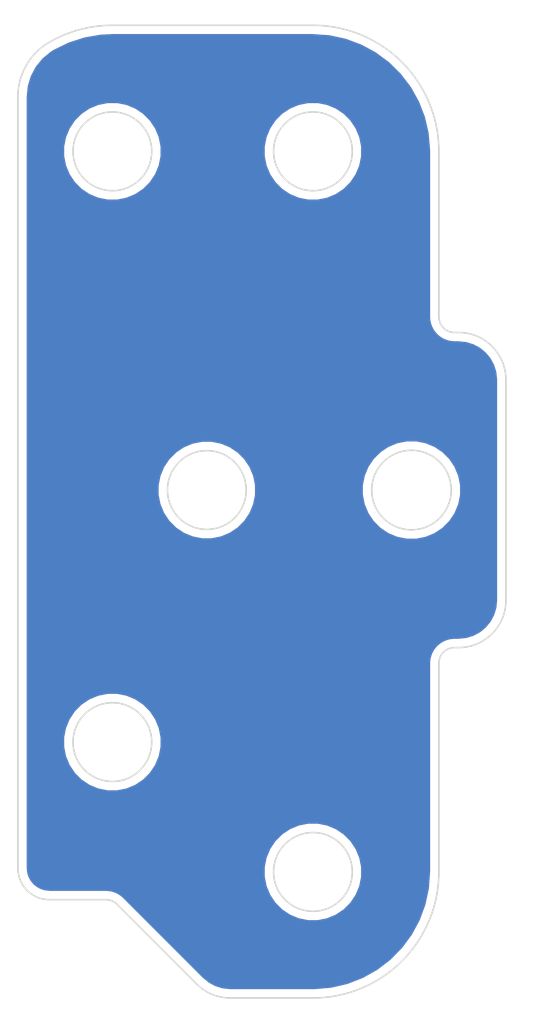
<source format=kicad_pcb>
(kicad_pcb (version 20171130) (host pcbnew 5.1.9+dfsg1-1+deb11u1)

  (general
    (thickness 1.6)
    (drawings 27)
    (tracks 0)
    (zones 0)
    (modules 0)
    (nets 1)
  )

  (page A4)
  (layers
    (0 F.Cu signal)
    (31 B.Cu signal)
    (32 B.Adhes user)
    (33 F.Adhes user)
    (34 B.Paste user)
    (35 F.Paste user)
    (36 B.SilkS user)
    (37 F.SilkS user)
    (38 B.Mask user)
    (39 F.Mask user)
    (40 Dwgs.User user)
    (41 Cmts.User user)
    (42 Eco1.User user)
    (43 Eco2.User user)
    (44 Edge.Cuts user)
    (45 Margin user)
    (46 B.CrtYd user)
    (47 F.CrtYd user)
    (48 B.Fab user)
    (49 F.Fab user)
  )

  (setup
    (last_trace_width 0.25)
    (trace_clearance 0.2)
    (zone_clearance 0.508)
    (zone_45_only no)
    (trace_min 0.2)
    (via_size 0.8)
    (via_drill 0.4)
    (via_min_size 0.4)
    (via_min_drill 0.3)
    (uvia_size 0.3)
    (uvia_drill 0.1)
    (uvias_allowed no)
    (uvia_min_size 0.2)
    (uvia_min_drill 0.1)
    (edge_width 0.05)
    (segment_width 0.2)
    (pcb_text_width 0.3)
    (pcb_text_size 1.5 1.5)
    (mod_edge_width 0.12)
    (mod_text_size 1 1)
    (mod_text_width 0.15)
    (pad_size 1.524 1.524)
    (pad_drill 0.762)
    (pad_to_mask_clearance 0)
    (aux_axis_origin 0 0)
    (visible_elements FFFFFF7F)
    (pcbplotparams
      (layerselection 0x010fc_ffffffff)
      (usegerberextensions true)
      (usegerberattributes false)
      (usegerberadvancedattributes false)
      (creategerberjobfile false)
      (excludeedgelayer true)
      (linewidth 0.100000)
      (plotframeref false)
      (viasonmask false)
      (mode 1)
      (useauxorigin false)
      (hpglpennumber 1)
      (hpglpenspeed 20)
      (hpglpendiameter 15.000000)
      (psnegative false)
      (psa4output false)
      (plotreference true)
      (plotvalue true)
      (plotinvisibletext false)
      (padsonsilk false)
      (subtractmaskfromsilk true)
      (outputformat 1)
      (mirror false)
      (drillshape 0)
      (scaleselection 1)
      (outputdirectory "bottom-berber/"))
  )

  (net 0 "")

  (net_class Default "This is the default net class."
    (clearance 0.2)
    (trace_width 0.25)
    (via_dia 0.8)
    (via_drill 0.4)
    (uvia_dia 0.3)
    (uvia_drill 0.1)
  )

  (gr_circle (center 145.138 75.606) (end 147.638 75.606) (layer Edge.Cuts) (width 0.1))
  (gr_circle (center 157.878 75.606) (end 160.378 75.606) (layer Edge.Cuts) (width 0.1))
  (gr_line (start 167.138 87.106) (end 166.878 87.106) (layer Edge.Cuts) (width 0.1))
  (gr_arc (start 141.138 121.106) (end 139.138 121.106) (angle -90) (layer Edge.Cuts) (width 0.1))
  (gr_circle (center 151.138 97.106) (end 153.638 97.106) (layer Edge.Cuts) (width 0.1))
  (gr_line (start 165.878 75.606) (end 165.878 86.106) (layer Edge.Cuts) (width 0.1))
  (gr_circle (center 145.138 113.106) (end 147.638 113.106) (layer Edge.Cuts) (width 0.1))
  (gr_arc (start 152.6206 126.346) (end 150.499279 128.46732) (angle -45) (layer Edge.Cuts) (width 0.1))
  (gr_line (start 166.878 107.106) (end 167.138 107.106) (layer Edge.Cuts) (width 0.1))
  (gr_arc (start 143.138 72.1419) (end 141.138 68.677799) (angle -60) (layer Edge.Cuts) (width 0.1))
  (gr_line (start 145.43089 123.3989) (end 150.4993 128.4673) (layer Edge.Cuts) (width 0.1))
  (gr_arc (start 144.72379 124.106) (end 145.430896 123.398893) (angle -45) (layer Edge.Cuts) (width 0.1))
  (gr_arc (start 157.878 75.606) (end 165.878 75.606) (angle -90) (layer Edge.Cuts) (width 0.1))
  (gr_line (start 141.138 123.106) (end 144.72379 123.106) (layer Edge.Cuts) (width 0.1))
  (gr_arc (start 167.138 90.106) (end 170.138 90.106001) (angle -90) (layer Edge.Cuts) (width 0.1))
  (gr_line (start 170.138 104.106) (end 170.138 90.106) (layer Edge.Cuts) (width 0.1))
  (gr_circle (center 164.138 97.106) (end 166.663 97.106) (layer Edge.Cuts) (width 0.1))
  (gr_arc (start 145.138 75.606) (end 145.138 67.606) (angle -30) (layer Edge.Cuts) (width 0.1))
  (gr_line (start 157.878 129.346) (end 152.6206 129.346) (layer Edge.Cuts) (width 0.1))
  (gr_line (start 165.878 108.106) (end 165.878 121.346) (layer Edge.Cuts) (width 0.1))
  (gr_arc (start 166.878 108.106) (end 166.878 107.106) (angle -90) (layer Edge.Cuts) (width 0.1))
  (gr_circle (center 157.878 121.346) (end 160.378 121.346) (layer Edge.Cuts) (width 0.1))
  (gr_arc (start 167.138 104.106) (end 167.138 107.106) (angle -90) (layer Edge.Cuts) (width 0.1))
  (gr_arc (start 157.878 121.346) (end 157.878 129.345999) (angle -90) (layer Edge.Cuts) (width 0.1))
  (gr_line (start 139.138 121.106) (end 139.138 72.1419) (layer Edge.Cuts) (width 0.1))
  (gr_line (start 145.138 67.606) (end 157.878 67.606) (layer Edge.Cuts) (width 0.1))
  (gr_arc (start 166.878 86.106) (end 165.878 86.106) (angle -90) (layer Edge.Cuts) (width 0.1))

  (zone (net 0) (net_name "") (layer F.Cu) (tstamp 64745AFE) (hatch edge 0.508)
    (connect_pads (clearance 0.508))
    (min_thickness 0.254)
    (fill yes (arc_segments 32) (thermal_gap 0.508) (thermal_bridge_width 0.508))
    (polygon
      (pts
        (xy 172 131) (xy 138 131) (xy 138 66) (xy 172 66)
      )
    )
    (filled_polygon
      (pts
        (xy 158.908448 68.365674) (xy 159.918343 68.583099) (xy 160.887522 68.940648) (xy 161.79665 69.431187) (xy 162.627596 70.044932)
        (xy 163.363776 70.769637) (xy 163.990497 71.590838) (xy 164.495256 72.492152) (xy 164.867987 73.455601) (xy 165.101247 74.461953)
        (xy 165.192245 75.512629) (xy 165.193 75.608707) (xy 165.193001 86.139647) (xy 165.195887 86.168945) (xy 165.195844 86.175066)
        (xy 165.196777 86.184585) (xy 165.217178 86.378682) (xy 165.229661 86.439496) (xy 165.241295 86.500481) (xy 165.244059 86.509637)
        (xy 165.301771 86.696075) (xy 165.325818 86.753279) (xy 165.349087 86.810873) (xy 165.353577 86.819317) (xy 165.446402 86.990994)
        (xy 165.481122 87.042468) (xy 165.515117 87.094418) (xy 165.521161 87.101829) (xy 165.645565 87.252207) (xy 165.689638 87.295973)
        (xy 165.733057 87.340311) (xy 165.740426 87.346408) (xy 165.891668 87.469758) (xy 165.943397 87.504126) (xy 165.994608 87.539191)
        (xy 166.003016 87.543737) (xy 166.00302 87.54374) (xy 166.003024 87.543742) (xy 166.175343 87.635366) (xy 166.232739 87.659022)
        (xy 166.289807 87.683482) (xy 166.298944 87.68631) (xy 166.48578 87.742719) (xy 166.54669 87.75478) (xy 166.607409 87.767686)
        (xy 166.616921 87.768686) (xy 166.811155 87.787731) (xy 166.811163 87.787731) (xy 166.844353 87.791) (xy 167.104496 87.791)
        (xy 167.587017 87.838312) (xy 168.018926 87.968713) (xy 168.417285 88.180525) (xy 168.766914 88.465675) (xy 169.054499 88.813306)
        (xy 169.269085 89.210174) (xy 169.402498 89.641163) (xy 169.453001 90.121664) (xy 169.453 104.072495) (xy 169.405688 104.555016)
        (xy 169.275287 104.986927) (xy 169.06348 105.38528) (xy 168.778325 105.734914) (xy 168.430697 106.022497) (xy 168.033825 106.237085)
        (xy 167.602834 106.3705) (xy 167.122346 106.421) (xy 166.844353 106.421) (xy 166.815045 106.423887) (xy 166.808933 106.423844)
        (xy 166.799415 106.424777) (xy 166.605318 106.445178) (xy 166.544504 106.457661) (xy 166.483519 106.469295) (xy 166.474363 106.472059)
        (xy 166.287925 106.529771) (xy 166.230692 106.55383) (xy 166.173127 106.577087) (xy 166.164682 106.581577) (xy 165.993006 106.674402)
        (xy 165.941532 106.709122) (xy 165.889582 106.743117) (xy 165.88217 106.749162) (xy 165.731793 106.873565) (xy 165.688027 106.917638)
        (xy 165.643689 106.961057) (xy 165.637592 106.968426) (xy 165.514242 107.119668) (xy 165.479881 107.171386) (xy 165.444809 107.222607)
        (xy 165.44026 107.23102) (xy 165.348635 107.403343) (xy 165.324978 107.460739) (xy 165.300519 107.517807) (xy 165.29769 107.526943)
        (xy 165.241281 107.71378) (xy 165.229219 107.774698) (xy 165.216314 107.83541) (xy 165.215314 107.844922) (xy 165.196269 108.039155)
        (xy 165.196269 108.039164) (xy 165.193 108.072354) (xy 165.193001 121.321757) (xy 165.118325 122.376448) (xy 164.900901 123.38634)
        (xy 164.543351 124.355521) (xy 164.052809 125.264657) (xy 163.439065 126.095599) (xy 162.714365 126.831772) (xy 161.893163 127.458494)
        (xy 160.991843 127.963258) (xy 160.028401 128.335985) (xy 159.022047 128.569246) (xy 157.971371 128.660244) (xy 157.875166 128.661)
        (xy 152.654103 128.661) (xy 152.171583 128.613688) (xy 151.739675 128.483288) (xy 151.341315 128.271475) (xy 150.966607 127.965872)
        (xy 145.915671 122.914946) (xy 145.914478 122.91374) (xy 145.912006 122.911276) (xy 145.911979 122.911254) (xy 145.891465 122.89074)
        (xy 145.870704 122.873702) (xy 145.868733 122.871689) (xy 145.861364 122.865592) (xy 145.710122 122.742241) (xy 145.658406 122.707881)
        (xy 145.607179 122.672806) (xy 145.598766 122.668257) (xy 145.426444 122.576633) (xy 145.369019 122.552965) (xy 145.311982 122.528519)
        (xy 145.302846 122.52569) (xy 145.116009 122.469281) (xy 145.055091 122.457219) (xy 144.994379 122.444314) (xy 144.984867 122.443314)
        (xy 144.790634 122.424269) (xy 144.790627 122.424269) (xy 144.757437 122.421) (xy 141.171505 122.421) (xy 140.883218 122.392733)
        (xy 140.638145 122.318741) (xy 140.412107 122.198554) (xy 140.213721 122.036754) (xy 140.05054 121.839503) (xy 139.928779 121.61431)
        (xy 139.853076 121.369753) (xy 139.823 121.083602) (xy 139.823 121.031855) (xy 154.688433 121.031855) (xy 154.688433 121.660145)
        (xy 154.811006 122.276362) (xy 155.051442 122.856827) (xy 155.400501 123.37923) (xy 155.84477 123.823499) (xy 156.367173 124.172558)
        (xy 156.947638 124.412994) (xy 157.563855 124.535567) (xy 158.192145 124.535567) (xy 158.808362 124.412994) (xy 159.388827 124.172558)
        (xy 159.91123 123.823499) (xy 160.355499 123.37923) (xy 160.704558 122.856827) (xy 160.944994 122.276362) (xy 161.067567 121.660145)
        (xy 161.067567 121.031855) (xy 160.944994 120.415638) (xy 160.704558 119.835173) (xy 160.355499 119.31277) (xy 159.91123 118.868501)
        (xy 159.388827 118.519442) (xy 158.808362 118.279006) (xy 158.192145 118.156433) (xy 157.563855 118.156433) (xy 156.947638 118.279006)
        (xy 156.367173 118.519442) (xy 155.84477 118.868501) (xy 155.400501 119.31277) (xy 155.051442 119.835173) (xy 154.811006 120.415638)
        (xy 154.688433 121.031855) (xy 139.823 121.031855) (xy 139.823 112.791855) (xy 141.948433 112.791855) (xy 141.948433 113.420145)
        (xy 142.071006 114.036362) (xy 142.311442 114.616827) (xy 142.660501 115.13923) (xy 143.10477 115.583499) (xy 143.627173 115.932558)
        (xy 144.207638 116.172994) (xy 144.823855 116.295567) (xy 145.452145 116.295567) (xy 146.068362 116.172994) (xy 146.648827 115.932558)
        (xy 147.17123 115.583499) (xy 147.615499 115.13923) (xy 147.964558 114.616827) (xy 148.204994 114.036362) (xy 148.327567 113.420145)
        (xy 148.327567 112.791855) (xy 148.204994 112.175638) (xy 147.964558 111.595173) (xy 147.615499 111.07277) (xy 147.17123 110.628501)
        (xy 146.648827 110.279442) (xy 146.068362 110.039006) (xy 145.452145 109.916433) (xy 144.823855 109.916433) (xy 144.207638 110.039006)
        (xy 143.627173 110.279442) (xy 143.10477 110.628501) (xy 142.660501 111.07277) (xy 142.311442 111.595173) (xy 142.071006 112.175638)
        (xy 141.948433 112.791855) (xy 139.823 112.791855) (xy 139.823 96.791855) (xy 147.948433 96.791855) (xy 147.948433 97.420145)
        (xy 148.071006 98.036362) (xy 148.311442 98.616827) (xy 148.660501 99.13923) (xy 149.10477 99.583499) (xy 149.627173 99.932558)
        (xy 150.207638 100.172994) (xy 150.823855 100.295567) (xy 151.452145 100.295567) (xy 152.068362 100.172994) (xy 152.648827 99.932558)
        (xy 153.17123 99.583499) (xy 153.615499 99.13923) (xy 153.964558 98.616827) (xy 154.204994 98.036362) (xy 154.327567 97.420145)
        (xy 154.327567 96.791855) (xy 154.32708 96.789405) (xy 160.923553 96.789405) (xy 160.923553 97.422595) (xy 161.047083 98.04362)
        (xy 161.289394 98.628611) (xy 161.641176 99.15509) (xy 162.08891 99.602824) (xy 162.615389 99.954606) (xy 163.20038 100.196917)
        (xy 163.821405 100.320447) (xy 164.454595 100.320447) (xy 165.07562 100.196917) (xy 165.660611 99.954606) (xy 166.18709 99.602824)
        (xy 166.634824 99.15509) (xy 166.986606 98.628611) (xy 167.228917 98.04362) (xy 167.352447 97.422595) (xy 167.352447 96.789405)
        (xy 167.228917 96.16838) (xy 166.986606 95.583389) (xy 166.634824 95.05691) (xy 166.18709 94.609176) (xy 165.660611 94.257394)
        (xy 165.07562 94.015083) (xy 164.454595 93.891553) (xy 163.821405 93.891553) (xy 163.20038 94.015083) (xy 162.615389 94.257394)
        (xy 162.08891 94.609176) (xy 161.641176 95.05691) (xy 161.289394 95.583389) (xy 161.047083 96.16838) (xy 160.923553 96.789405)
        (xy 154.32708 96.789405) (xy 154.204994 96.175638) (xy 153.964558 95.595173) (xy 153.615499 95.07277) (xy 153.17123 94.628501)
        (xy 152.648827 94.279442) (xy 152.068362 94.039006) (xy 151.452145 93.916433) (xy 150.823855 93.916433) (xy 150.207638 94.039006)
        (xy 149.627173 94.279442) (xy 149.10477 94.628501) (xy 148.660501 95.07277) (xy 148.311442 95.595173) (xy 148.071006 96.175638)
        (xy 147.948433 96.791855) (xy 139.823 96.791855) (xy 139.823 75.291855) (xy 141.948433 75.291855) (xy 141.948433 75.920145)
        (xy 142.071006 76.536362) (xy 142.311442 77.116827) (xy 142.660501 77.63923) (xy 143.10477 78.083499) (xy 143.627173 78.432558)
        (xy 144.207638 78.672994) (xy 144.823855 78.795567) (xy 145.452145 78.795567) (xy 146.068362 78.672994) (xy 146.648827 78.432558)
        (xy 147.17123 78.083499) (xy 147.615499 77.63923) (xy 147.964558 77.116827) (xy 148.204994 76.536362) (xy 148.327567 75.920145)
        (xy 148.327567 75.291855) (xy 154.688433 75.291855) (xy 154.688433 75.920145) (xy 154.811006 76.536362) (xy 155.051442 77.116827)
        (xy 155.400501 77.63923) (xy 155.84477 78.083499) (xy 156.367173 78.432558) (xy 156.947638 78.672994) (xy 157.563855 78.795567)
        (xy 158.192145 78.795567) (xy 158.808362 78.672994) (xy 159.388827 78.432558) (xy 159.91123 78.083499) (xy 160.355499 77.63923)
        (xy 160.704558 77.116827) (xy 160.944994 76.536362) (xy 161.067567 75.920145) (xy 161.067567 75.291855) (xy 160.944994 74.675638)
        (xy 160.704558 74.095173) (xy 160.355499 73.57277) (xy 159.91123 73.128501) (xy 159.388827 72.779442) (xy 158.808362 72.539006)
        (xy 158.192145 72.416433) (xy 157.563855 72.416433) (xy 156.947638 72.539006) (xy 156.367173 72.779442) (xy 155.84477 73.128501)
        (xy 155.400501 73.57277) (xy 155.051442 74.095173) (xy 154.811006 74.675638) (xy 154.688433 75.291855) (xy 148.327567 75.291855)
        (xy 148.204994 74.675638) (xy 147.964558 74.095173) (xy 147.615499 73.57277) (xy 147.17123 73.128501) (xy 146.648827 72.779442)
        (xy 146.068362 72.539006) (xy 145.452145 72.416433) (xy 144.823855 72.416433) (xy 144.207638 72.539006) (xy 143.627173 72.779442)
        (xy 143.10477 73.128501) (xy 142.660501 73.57277) (xy 142.311442 74.095173) (xy 142.071006 74.675638) (xy 141.948433 75.291855)
        (xy 139.823 75.291855) (xy 139.823 72.175414) (xy 139.889357 71.498652) (xy 140.076169 70.879903) (xy 140.379603 70.309225)
        (xy 140.788104 69.808354) (xy 141.302806 69.382555) (xy 141.470313 69.277885) (xy 142.410235 68.820469) (xy 143.393538 68.503818)
        (xy 144.418744 68.327656) (xy 145.155046 68.291) (xy 157.853785 68.291)
      )
    )
  )
  (zone (net 0) (net_name "") (layer B.Cu) (tstamp 64745AFB) (hatch edge 0.508)
    (connect_pads (clearance 0.508))
    (min_thickness 0.254)
    (fill yes (arc_segments 32) (thermal_gap 0.508) (thermal_bridge_width 0.508))
    (polygon
      (pts
        (xy 172 131) (xy 138 131) (xy 138 66) (xy 172 66)
      )
    )
    (filled_polygon
      (pts
        (xy 158.908448 68.365674) (xy 159.918343 68.583099) (xy 160.887522 68.940648) (xy 161.79665 69.431187) (xy 162.627596 70.044932)
        (xy 163.363776 70.769637) (xy 163.990497 71.590838) (xy 164.495256 72.492152) (xy 164.867987 73.455601) (xy 165.101247 74.461953)
        (xy 165.192245 75.512629) (xy 165.193 75.608707) (xy 165.193001 86.139647) (xy 165.195887 86.168945) (xy 165.195844 86.175066)
        (xy 165.196777 86.184585) (xy 165.217178 86.378682) (xy 165.229661 86.439496) (xy 165.241295 86.500481) (xy 165.244059 86.509637)
        (xy 165.301771 86.696075) (xy 165.325818 86.753279) (xy 165.349087 86.810873) (xy 165.353577 86.819317) (xy 165.446402 86.990994)
        (xy 165.481122 87.042468) (xy 165.515117 87.094418) (xy 165.521161 87.101829) (xy 165.645565 87.252207) (xy 165.689638 87.295973)
        (xy 165.733057 87.340311) (xy 165.740426 87.346408) (xy 165.891668 87.469758) (xy 165.943397 87.504126) (xy 165.994608 87.539191)
        (xy 166.003016 87.543737) (xy 166.00302 87.54374) (xy 166.003024 87.543742) (xy 166.175343 87.635366) (xy 166.232739 87.659022)
        (xy 166.289807 87.683482) (xy 166.298944 87.68631) (xy 166.48578 87.742719) (xy 166.54669 87.75478) (xy 166.607409 87.767686)
        (xy 166.616921 87.768686) (xy 166.811155 87.787731) (xy 166.811163 87.787731) (xy 166.844353 87.791) (xy 167.104496 87.791)
        (xy 167.587017 87.838312) (xy 168.018926 87.968713) (xy 168.417285 88.180525) (xy 168.766914 88.465675) (xy 169.054499 88.813306)
        (xy 169.269085 89.210174) (xy 169.402498 89.641163) (xy 169.453001 90.121664) (xy 169.453 104.072495) (xy 169.405688 104.555016)
        (xy 169.275287 104.986927) (xy 169.06348 105.38528) (xy 168.778325 105.734914) (xy 168.430697 106.022497) (xy 168.033825 106.237085)
        (xy 167.602834 106.3705) (xy 167.122346 106.421) (xy 166.844353 106.421) (xy 166.815045 106.423887) (xy 166.808933 106.423844)
        (xy 166.799415 106.424777) (xy 166.605318 106.445178) (xy 166.544504 106.457661) (xy 166.483519 106.469295) (xy 166.474363 106.472059)
        (xy 166.287925 106.529771) (xy 166.230692 106.55383) (xy 166.173127 106.577087) (xy 166.164682 106.581577) (xy 165.993006 106.674402)
        (xy 165.941532 106.709122) (xy 165.889582 106.743117) (xy 165.88217 106.749162) (xy 165.731793 106.873565) (xy 165.688027 106.917638)
        (xy 165.643689 106.961057) (xy 165.637592 106.968426) (xy 165.514242 107.119668) (xy 165.479881 107.171386) (xy 165.444809 107.222607)
        (xy 165.44026 107.23102) (xy 165.348635 107.403343) (xy 165.324978 107.460739) (xy 165.300519 107.517807) (xy 165.29769 107.526943)
        (xy 165.241281 107.71378) (xy 165.229219 107.774698) (xy 165.216314 107.83541) (xy 165.215314 107.844922) (xy 165.196269 108.039155)
        (xy 165.196269 108.039164) (xy 165.193 108.072354) (xy 165.193001 121.321757) (xy 165.118325 122.376448) (xy 164.900901 123.38634)
        (xy 164.543351 124.355521) (xy 164.052809 125.264657) (xy 163.439065 126.095599) (xy 162.714365 126.831772) (xy 161.893163 127.458494)
        (xy 160.991843 127.963258) (xy 160.028401 128.335985) (xy 159.022047 128.569246) (xy 157.971371 128.660244) (xy 157.875166 128.661)
        (xy 152.654103 128.661) (xy 152.171583 128.613688) (xy 151.739675 128.483288) (xy 151.341315 128.271475) (xy 150.966607 127.965872)
        (xy 145.915671 122.914946) (xy 145.914478 122.91374) (xy 145.912006 122.911276) (xy 145.911979 122.911254) (xy 145.891465 122.89074)
        (xy 145.870704 122.873702) (xy 145.868733 122.871689) (xy 145.861364 122.865592) (xy 145.710122 122.742241) (xy 145.658406 122.707881)
        (xy 145.607179 122.672806) (xy 145.598766 122.668257) (xy 145.426444 122.576633) (xy 145.369019 122.552965) (xy 145.311982 122.528519)
        (xy 145.302846 122.52569) (xy 145.116009 122.469281) (xy 145.055091 122.457219) (xy 144.994379 122.444314) (xy 144.984867 122.443314)
        (xy 144.790634 122.424269) (xy 144.790627 122.424269) (xy 144.757437 122.421) (xy 141.171505 122.421) (xy 140.883218 122.392733)
        (xy 140.638145 122.318741) (xy 140.412107 122.198554) (xy 140.213721 122.036754) (xy 140.05054 121.839503) (xy 139.928779 121.61431)
        (xy 139.853076 121.369753) (xy 139.823 121.083602) (xy 139.823 121.031855) (xy 154.688433 121.031855) (xy 154.688433 121.660145)
        (xy 154.811006 122.276362) (xy 155.051442 122.856827) (xy 155.400501 123.37923) (xy 155.84477 123.823499) (xy 156.367173 124.172558)
        (xy 156.947638 124.412994) (xy 157.563855 124.535567) (xy 158.192145 124.535567) (xy 158.808362 124.412994) (xy 159.388827 124.172558)
        (xy 159.91123 123.823499) (xy 160.355499 123.37923) (xy 160.704558 122.856827) (xy 160.944994 122.276362) (xy 161.067567 121.660145)
        (xy 161.067567 121.031855) (xy 160.944994 120.415638) (xy 160.704558 119.835173) (xy 160.355499 119.31277) (xy 159.91123 118.868501)
        (xy 159.388827 118.519442) (xy 158.808362 118.279006) (xy 158.192145 118.156433) (xy 157.563855 118.156433) (xy 156.947638 118.279006)
        (xy 156.367173 118.519442) (xy 155.84477 118.868501) (xy 155.400501 119.31277) (xy 155.051442 119.835173) (xy 154.811006 120.415638)
        (xy 154.688433 121.031855) (xy 139.823 121.031855) (xy 139.823 112.791855) (xy 141.948433 112.791855) (xy 141.948433 113.420145)
        (xy 142.071006 114.036362) (xy 142.311442 114.616827) (xy 142.660501 115.13923) (xy 143.10477 115.583499) (xy 143.627173 115.932558)
        (xy 144.207638 116.172994) (xy 144.823855 116.295567) (xy 145.452145 116.295567) (xy 146.068362 116.172994) (xy 146.648827 115.932558)
        (xy 147.17123 115.583499) (xy 147.615499 115.13923) (xy 147.964558 114.616827) (xy 148.204994 114.036362) (xy 148.327567 113.420145)
        (xy 148.327567 112.791855) (xy 148.204994 112.175638) (xy 147.964558 111.595173) (xy 147.615499 111.07277) (xy 147.17123 110.628501)
        (xy 146.648827 110.279442) (xy 146.068362 110.039006) (xy 145.452145 109.916433) (xy 144.823855 109.916433) (xy 144.207638 110.039006)
        (xy 143.627173 110.279442) (xy 143.10477 110.628501) (xy 142.660501 111.07277) (xy 142.311442 111.595173) (xy 142.071006 112.175638)
        (xy 141.948433 112.791855) (xy 139.823 112.791855) (xy 139.823 96.791855) (xy 147.948433 96.791855) (xy 147.948433 97.420145)
        (xy 148.071006 98.036362) (xy 148.311442 98.616827) (xy 148.660501 99.13923) (xy 149.10477 99.583499) (xy 149.627173 99.932558)
        (xy 150.207638 100.172994) (xy 150.823855 100.295567) (xy 151.452145 100.295567) (xy 152.068362 100.172994) (xy 152.648827 99.932558)
        (xy 153.17123 99.583499) (xy 153.615499 99.13923) (xy 153.964558 98.616827) (xy 154.204994 98.036362) (xy 154.327567 97.420145)
        (xy 154.327567 96.791855) (xy 154.32708 96.789405) (xy 160.923553 96.789405) (xy 160.923553 97.422595) (xy 161.047083 98.04362)
        (xy 161.289394 98.628611) (xy 161.641176 99.15509) (xy 162.08891 99.602824) (xy 162.615389 99.954606) (xy 163.20038 100.196917)
        (xy 163.821405 100.320447) (xy 164.454595 100.320447) (xy 165.07562 100.196917) (xy 165.660611 99.954606) (xy 166.18709 99.602824)
        (xy 166.634824 99.15509) (xy 166.986606 98.628611) (xy 167.228917 98.04362) (xy 167.352447 97.422595) (xy 167.352447 96.789405)
        (xy 167.228917 96.16838) (xy 166.986606 95.583389) (xy 166.634824 95.05691) (xy 166.18709 94.609176) (xy 165.660611 94.257394)
        (xy 165.07562 94.015083) (xy 164.454595 93.891553) (xy 163.821405 93.891553) (xy 163.20038 94.015083) (xy 162.615389 94.257394)
        (xy 162.08891 94.609176) (xy 161.641176 95.05691) (xy 161.289394 95.583389) (xy 161.047083 96.16838) (xy 160.923553 96.789405)
        (xy 154.32708 96.789405) (xy 154.204994 96.175638) (xy 153.964558 95.595173) (xy 153.615499 95.07277) (xy 153.17123 94.628501)
        (xy 152.648827 94.279442) (xy 152.068362 94.039006) (xy 151.452145 93.916433) (xy 150.823855 93.916433) (xy 150.207638 94.039006)
        (xy 149.627173 94.279442) (xy 149.10477 94.628501) (xy 148.660501 95.07277) (xy 148.311442 95.595173) (xy 148.071006 96.175638)
        (xy 147.948433 96.791855) (xy 139.823 96.791855) (xy 139.823 75.291855) (xy 141.948433 75.291855) (xy 141.948433 75.920145)
        (xy 142.071006 76.536362) (xy 142.311442 77.116827) (xy 142.660501 77.63923) (xy 143.10477 78.083499) (xy 143.627173 78.432558)
        (xy 144.207638 78.672994) (xy 144.823855 78.795567) (xy 145.452145 78.795567) (xy 146.068362 78.672994) (xy 146.648827 78.432558)
        (xy 147.17123 78.083499) (xy 147.615499 77.63923) (xy 147.964558 77.116827) (xy 148.204994 76.536362) (xy 148.327567 75.920145)
        (xy 148.327567 75.291855) (xy 154.688433 75.291855) (xy 154.688433 75.920145) (xy 154.811006 76.536362) (xy 155.051442 77.116827)
        (xy 155.400501 77.63923) (xy 155.84477 78.083499) (xy 156.367173 78.432558) (xy 156.947638 78.672994) (xy 157.563855 78.795567)
        (xy 158.192145 78.795567) (xy 158.808362 78.672994) (xy 159.388827 78.432558) (xy 159.91123 78.083499) (xy 160.355499 77.63923)
        (xy 160.704558 77.116827) (xy 160.944994 76.536362) (xy 161.067567 75.920145) (xy 161.067567 75.291855) (xy 160.944994 74.675638)
        (xy 160.704558 74.095173) (xy 160.355499 73.57277) (xy 159.91123 73.128501) (xy 159.388827 72.779442) (xy 158.808362 72.539006)
        (xy 158.192145 72.416433) (xy 157.563855 72.416433) (xy 156.947638 72.539006) (xy 156.367173 72.779442) (xy 155.84477 73.128501)
        (xy 155.400501 73.57277) (xy 155.051442 74.095173) (xy 154.811006 74.675638) (xy 154.688433 75.291855) (xy 148.327567 75.291855)
        (xy 148.204994 74.675638) (xy 147.964558 74.095173) (xy 147.615499 73.57277) (xy 147.17123 73.128501) (xy 146.648827 72.779442)
        (xy 146.068362 72.539006) (xy 145.452145 72.416433) (xy 144.823855 72.416433) (xy 144.207638 72.539006) (xy 143.627173 72.779442)
        (xy 143.10477 73.128501) (xy 142.660501 73.57277) (xy 142.311442 74.095173) (xy 142.071006 74.675638) (xy 141.948433 75.291855)
        (xy 139.823 75.291855) (xy 139.823 72.175414) (xy 139.889357 71.498652) (xy 140.076169 70.879903) (xy 140.379603 70.309225)
        (xy 140.788104 69.808354) (xy 141.302806 69.382555) (xy 141.470313 69.277885) (xy 142.410235 68.820469) (xy 143.393538 68.503818)
        (xy 144.418744 68.327656) (xy 145.155046 68.291) (xy 157.853785 68.291)
      )
    )
  )
)

</source>
